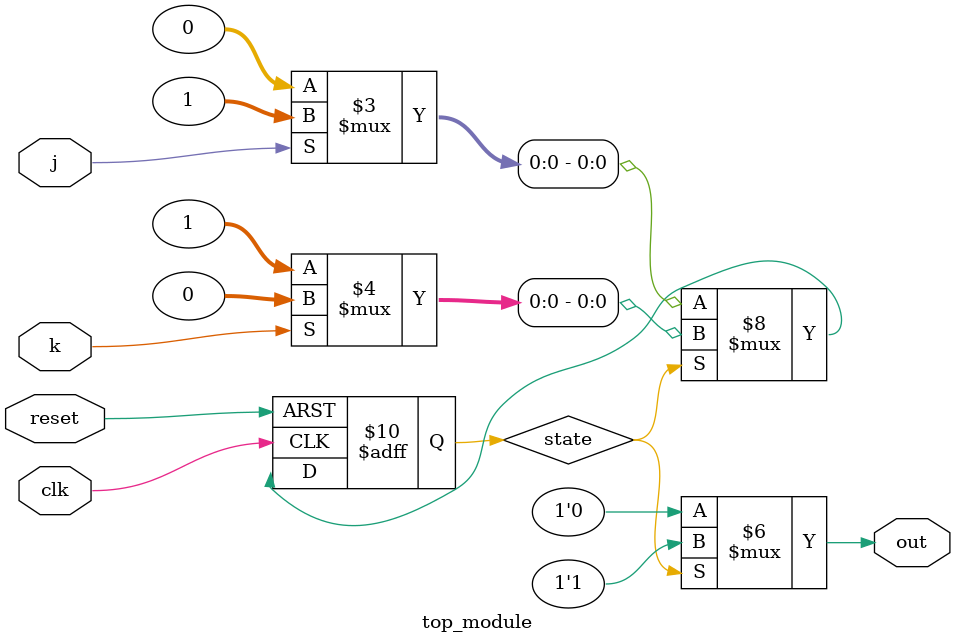
<source format=sv>
module top_module (
	input clk,
	input j,
	input k,
	input reset,
	output out
);

	// Declare internal state signal
	reg state;

	// Initialize state to A
	always @(posedge clk or posedge reset) begin
		if (reset) begin
			state <= 0;
		end else begin
			// Determine next state based on current state and inputs j and k
			if (state == 0) begin
				state <= j ? 1 : 0;
			end else begin
				state <= k ? 0 : 1;
			end
		end
	end

	// Assign output based on current state
	assign out = (state == 1) ? 1'b1 : 1'b0;

endmodule

</source>
